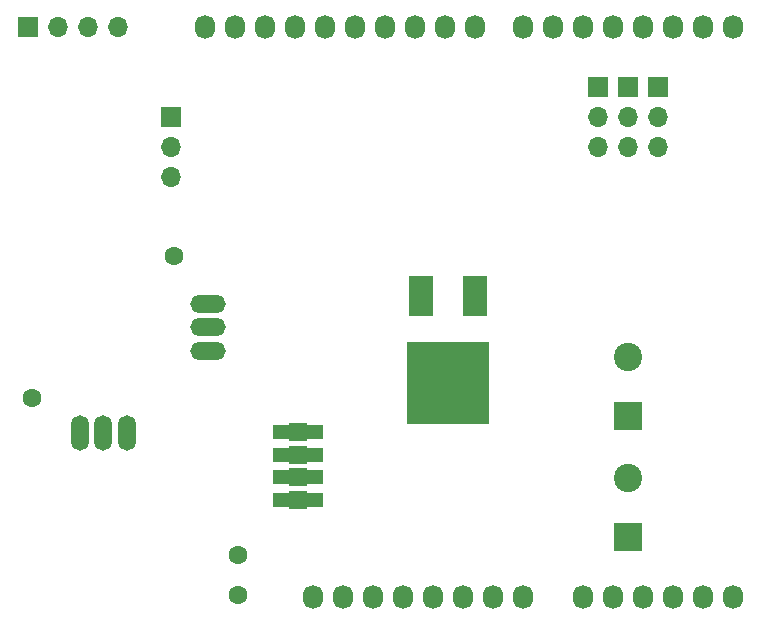
<source format=gbs>
G04 #@! TF.FileFunction,Soldermask,Bot*
%FSLAX46Y46*%
G04 Gerber Fmt 4.6, Leading zero omitted, Abs format (unit mm)*
G04 Created by KiCad (PCBNEW 4.0.7-e1-6374~58~ubuntu16.04.1) date Sat Aug 26 01:38:44 2017*
%MOMM*%
%LPD*%
G01*
G04 APERTURE LIST*
%ADD10C,0.100000*%
%ADD11O,1.727200X2.032000*%
%ADD12R,1.700000X1.700000*%
%ADD13O,1.700000X1.700000*%
%ADD14C,2.400000*%
%ADD15R,2.400000X2.400000*%
%ADD16R,2.000000X3.500000*%
%ADD17R,7.000000X7.000000*%
%ADD18R,0.600000X0.152400*%
%ADD19R,1.500000X1.300000*%
%ADD20R,1.524000X1.524000*%
%ADD21O,1.500000X3.000000*%
%ADD22O,3.000000X1.500000*%
%ADD23C,1.599946*%
%ADD24C,1.600000*%
G04 APERTURE END LIST*
D10*
D11*
X156718000Y-75565000D03*
X159258000Y-75565000D03*
X161798000Y-75565000D03*
X164338000Y-75565000D03*
X166878000Y-75565000D03*
X169418000Y-75565000D03*
X171958000Y-75565000D03*
X174498000Y-75565000D03*
X129794000Y-75565000D03*
X132334000Y-75565000D03*
X134874000Y-75565000D03*
X137414000Y-75565000D03*
X139954000Y-75565000D03*
X142494000Y-75565000D03*
X145034000Y-75565000D03*
X147574000Y-75565000D03*
X150114000Y-75565000D03*
X152654000Y-75565000D03*
X161798000Y-123825000D03*
X164338000Y-123825000D03*
X166878000Y-123825000D03*
X169418000Y-123825000D03*
X171958000Y-123825000D03*
X174498000Y-123825000D03*
X138938000Y-123825000D03*
X141478000Y-123825000D03*
X144018000Y-123825000D03*
X146558000Y-123825000D03*
X149098000Y-123825000D03*
X151638000Y-123825000D03*
X154178000Y-123825000D03*
X156718000Y-123825000D03*
D12*
X114808000Y-75565000D03*
D13*
X117348000Y-75565000D03*
X119888000Y-75565000D03*
X122428000Y-75565000D03*
D12*
X126873000Y-83185000D03*
D13*
X126873000Y-85725000D03*
X126873000Y-88265000D03*
D12*
X163068000Y-80645000D03*
D13*
X163068000Y-83185000D03*
X163068000Y-85725000D03*
D12*
X165608000Y-80645000D03*
D13*
X165608000Y-83185000D03*
X165608000Y-85725000D03*
D12*
X168148000Y-80645000D03*
D13*
X168148000Y-83185000D03*
X168148000Y-85725000D03*
D14*
X165608000Y-103500000D03*
D15*
X165608000Y-108500000D03*
D14*
X165608000Y-113705000D03*
D15*
X165608000Y-118705000D03*
D16*
X148068000Y-98295000D03*
X152648000Y-98295000D03*
D17*
X150368000Y-105695000D03*
D18*
X137968000Y-115570000D03*
D19*
X139018000Y-115570000D03*
X136318000Y-115570000D03*
D18*
X137368000Y-115570000D03*
D20*
X137668000Y-115570000D03*
D18*
X137968000Y-109855000D03*
D19*
X139018000Y-109855000D03*
X136318000Y-109855000D03*
D18*
X137368000Y-109855000D03*
D20*
X137668000Y-109855000D03*
D18*
X137968000Y-111760000D03*
D19*
X139018000Y-111760000D03*
X136318000Y-111760000D03*
D18*
X137368000Y-111760000D03*
D20*
X137668000Y-111760000D03*
D18*
X137968000Y-113665000D03*
D19*
X139018000Y-113665000D03*
X136318000Y-113665000D03*
D18*
X137368000Y-113665000D03*
D20*
X137668000Y-113665000D03*
D21*
X121158000Y-109940000D03*
X119158000Y-109940000D03*
X123158000Y-109940000D03*
D22*
X130008000Y-100965000D03*
X130008000Y-98965000D03*
X130008000Y-102965000D03*
D23*
X127157988Y-94965012D03*
X115158012Y-106964988D03*
D24*
X132588000Y-123621800D03*
X132588000Y-120218200D03*
M02*

</source>
